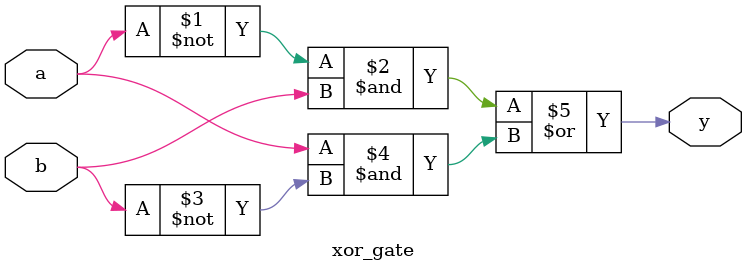
<source format=sv>
module xor_gate(input a,b, output y);
  assign y= (~a&b)|(a&~b);
endmodule

</source>
